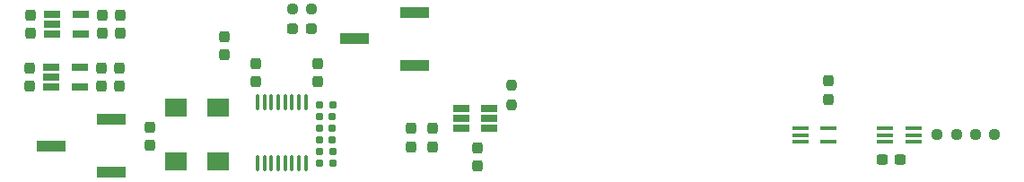
<source format=gtp>
%TF.GenerationSoftware,KiCad,Pcbnew,(6.0.2)*%
%TF.CreationDate,2022-05-29T21:50:20-07:00*%
%TF.ProjectId,peregrine,70657265-6772-4696-9e65-2e6b69636164,3*%
%TF.SameCoordinates,Original*%
%TF.FileFunction,Paste,Top*%
%TF.FilePolarity,Positive*%
%FSLAX46Y46*%
G04 Gerber Fmt 4.6, Leading zero omitted, Abs format (unit mm)*
G04 Created by KiCad (PCBNEW (6.0.2)) date 2022-05-29 21:50:20*
%MOMM*%
%LPD*%
G01*
G04 APERTURE LIST*
G04 Aperture macros list*
%AMRoundRect*
0 Rectangle with rounded corners*
0 $1 Rounding radius*
0 $2 $3 $4 $5 $6 $7 $8 $9 X,Y pos of 4 corners*
0 Add a 4 corners polygon primitive as box body*
4,1,4,$2,$3,$4,$5,$6,$7,$8,$9,$2,$3,0*
0 Add four circle primitives for the rounded corners*
1,1,$1+$1,$2,$3*
1,1,$1+$1,$4,$5*
1,1,$1+$1,$6,$7*
1,1,$1+$1,$8,$9*
0 Add four rect primitives between the rounded corners*
20,1,$1+$1,$2,$3,$4,$5,0*
20,1,$1+$1,$4,$5,$6,$7,0*
20,1,$1+$1,$6,$7,$8,$9,0*
20,1,$1+$1,$8,$9,$2,$3,0*%
G04 Aperture macros list end*
%ADD10R,2.700000X1.000000*%
%ADD11RoundRect,0.237500X-0.237500X0.300000X-0.237500X-0.300000X0.237500X-0.300000X0.237500X0.300000X0*%
%ADD12RoundRect,0.237500X0.237500X-0.300000X0.237500X0.300000X-0.237500X0.300000X-0.237500X-0.300000X0*%
%ADD13RoundRect,0.237500X0.287500X0.237500X-0.287500X0.237500X-0.287500X-0.237500X0.287500X-0.237500X0*%
%ADD14RoundRect,0.160000X0.197500X0.160000X-0.197500X0.160000X-0.197500X-0.160000X0.197500X-0.160000X0*%
%ADD15R,1.560000X0.650000*%
%ADD16RoundRect,0.237500X0.237500X-0.250000X0.237500X0.250000X-0.237500X0.250000X-0.237500X-0.250000X0*%
%ADD17RoundRect,0.237500X-0.250000X-0.237500X0.250000X-0.237500X0.250000X0.237500X-0.250000X0.237500X0*%
%ADD18R,2.000000X1.800000*%
%ADD19RoundRect,0.100000X0.100000X-0.637500X0.100000X0.637500X-0.100000X0.637500X-0.100000X-0.637500X0*%
%ADD20RoundRect,0.237500X0.250000X0.237500X-0.250000X0.237500X-0.250000X-0.237500X0.250000X-0.237500X0*%
%ADD21R,1.500000X0.400000*%
%ADD22RoundRect,0.237500X0.300000X0.237500X-0.300000X0.237500X-0.300000X-0.237500X0.300000X-0.237500X0*%
G04 APERTURE END LIST*
D10*
%TO.C,SW2*%
X142150000Y-102013575D03*
X136450000Y-99513575D03*
X142150000Y-97013575D03*
%TD*%
%TO.C,SW1*%
X113550000Y-112113575D03*
X107850000Y-109613575D03*
X113550000Y-107113575D03*
%TD*%
D11*
%TO.C,C12*%
X141800000Y-107975000D03*
X141800000Y-109700000D03*
%TD*%
%TO.C,C11*%
X148100000Y-109800000D03*
X148100000Y-111525000D03*
%TD*%
D12*
%TO.C,C10*%
X124200000Y-101001023D03*
X124200000Y-99276023D03*
%TD*%
%TO.C,C9*%
X133000000Y-103550637D03*
X133000000Y-101825637D03*
%TD*%
D13*
%TO.C,D1*%
X132400000Y-98513575D03*
X130650000Y-98513575D03*
%TD*%
D14*
%TO.C,R2*%
X134397500Y-105713575D03*
X133202500Y-105713575D03*
%TD*%
%TO.C,R7*%
X134397500Y-111213575D03*
X133202500Y-111213575D03*
%TD*%
D15*
%TO.C,U4*%
X146500000Y-106050000D03*
X146500000Y-107000000D03*
X146500000Y-107950000D03*
X149200000Y-107950000D03*
X149200000Y-107000000D03*
X149200000Y-106050000D03*
%TD*%
D11*
%TO.C,C1*%
X105800000Y-102251075D03*
X105800000Y-103976075D03*
%TD*%
D15*
%TO.C,U1*%
X107850000Y-102163575D03*
X107850000Y-103113575D03*
X107850000Y-104063575D03*
X110550000Y-104063575D03*
X110550000Y-102163575D03*
%TD*%
%TO.C,U2*%
X110650000Y-97163575D03*
X110650000Y-99063575D03*
X107950000Y-99063575D03*
X107950000Y-98113575D03*
X107950000Y-97163575D03*
%TD*%
D16*
%TO.C,R8*%
X151300000Y-105712500D03*
X151300000Y-103887500D03*
%TD*%
D11*
%TO.C,C13*%
X143800000Y-107975000D03*
X143800000Y-109700000D03*
%TD*%
D17*
%TO.C,R1*%
X130600000Y-96713575D03*
X132425000Y-96713575D03*
%TD*%
D18*
%TO.C,X1*%
X119600000Y-105973575D03*
X119600000Y-111053575D03*
X123600000Y-111053575D03*
X123600000Y-105973575D03*
%TD*%
D11*
%TO.C,C6*%
X114400000Y-98976075D03*
X114400000Y-97251075D03*
%TD*%
D19*
%TO.C,U3*%
X127312551Y-111213137D03*
X127962551Y-111213137D03*
X128612551Y-111213137D03*
X129262551Y-111213137D03*
X129912551Y-111213137D03*
X130562551Y-111213137D03*
X131212551Y-111213137D03*
X131862551Y-111213137D03*
X131862551Y-105488137D03*
X131212551Y-105488137D03*
X130562551Y-105488137D03*
X129912551Y-105488137D03*
X129262551Y-105488137D03*
X128612551Y-105488137D03*
X127962551Y-105488137D03*
X127312551Y-105488137D03*
%TD*%
D20*
%TO.C,R9*%
X193275000Y-108569598D03*
X191450000Y-108569598D03*
%TD*%
D14*
%TO.C,R3*%
X134387551Y-106813575D03*
X133192551Y-106813575D03*
%TD*%
D11*
%TO.C,C3*%
X114300000Y-102251075D03*
X114300000Y-103976075D03*
%TD*%
%TO.C,C5*%
X112700000Y-98976075D03*
X112700000Y-97251075D03*
%TD*%
%TO.C,C7*%
X117200000Y-107851075D03*
X117200000Y-109576075D03*
%TD*%
%TO.C,C2*%
X112600000Y-102251075D03*
X112600000Y-103976075D03*
%TD*%
D12*
%TO.C,C8*%
X127187551Y-101825637D03*
X127187551Y-103550637D03*
%TD*%
D11*
%TO.C,C4*%
X105900000Y-98976075D03*
X105900000Y-97251075D03*
%TD*%
D20*
%TO.C,R10*%
X196875000Y-108569598D03*
X195050000Y-108569598D03*
%TD*%
D14*
%TO.C,R5*%
X134387551Y-109013575D03*
X133192551Y-109013575D03*
%TD*%
D21*
%TO.C,U6*%
X186520000Y-107943575D03*
X186520000Y-108593575D03*
X186520000Y-109243575D03*
X189180000Y-109243575D03*
X189180000Y-108593575D03*
X189180000Y-107943575D03*
%TD*%
D11*
%TO.C,C14*%
X181200000Y-103475000D03*
X181200000Y-105200000D03*
%TD*%
D22*
%TO.C,C15*%
X187962500Y-110869598D03*
X186237500Y-110869598D03*
%TD*%
D21*
%TO.C,U5*%
X178510052Y-107943575D03*
X178510052Y-108593575D03*
X178510052Y-109243575D03*
X181170052Y-109243575D03*
X181170052Y-107943575D03*
%TD*%
D14*
%TO.C,R4*%
X134387551Y-107913575D03*
X133192551Y-107913575D03*
%TD*%
%TO.C,R6*%
X134397500Y-110113575D03*
X133202500Y-110113575D03*
%TD*%
M02*

</source>
